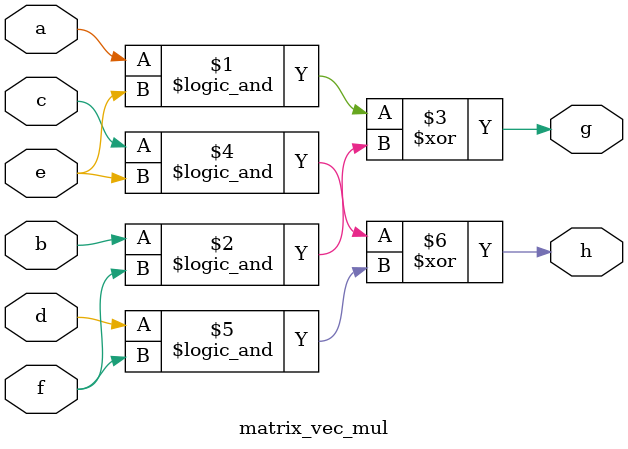
<source format=v>
`timescale 1ns / 1ps

/* In this module we define matrix vector multiplication for 2 x 2 matrices over
the scaler field of the dihedral group D_2 of order 2 (multiplication and addition mod 2)

in D_2, 
    multiplication corresponds to and
    addition corresponds to xor

 */
module matrix_vec_mul (

    // 2x2 matrix M
    input wire a,
    input wire b,
    input wire c,
    input wire d,

    input wire e,
    input wire f,

    // u
    output wire g,
    output wire h

    // u = M v
    );

    //|g| |a  b| |e|
    //| |=|    | | |
    //|h| |c  d| |f|
    assign g = (a && e) ^ (b && f);
    assign h = (c && e) ^ (d && f); 
endmodule // voter
</source>
